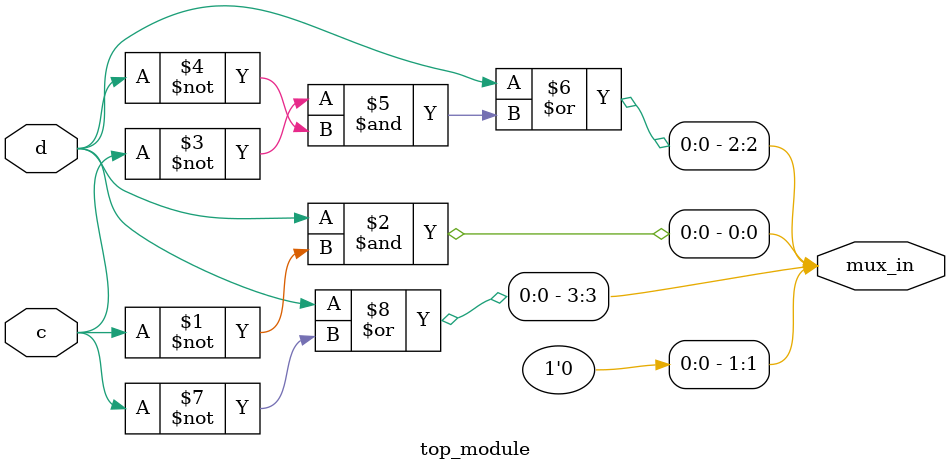
<source format=sv>
module top_module (
    input c,
    input d,
    output [3:0] mux_in
);

    // Define mux inputs based on the Karnaugh map
    assign mux_in[0] = d & ~c;          // ab=00: k-map value is 1 if (c,d)=(10), (01), (11); equivalent to d & ~c
    assign mux_in[1] = 1'b0;            // ab=01: k-map value is always 0
    assign mux_in[2] = d | (~c & ~d);   // ab=11: k-map value is 1 if (c,d)=(00), (10), (11); equivalent to d | (~c & ~d)
    assign mux_in[3] = d | ~c;  	       // ab=10: k-map value is 1 if (c,d)=(00), (10), (11); equivalent to d | ~c

endmodule

</source>
